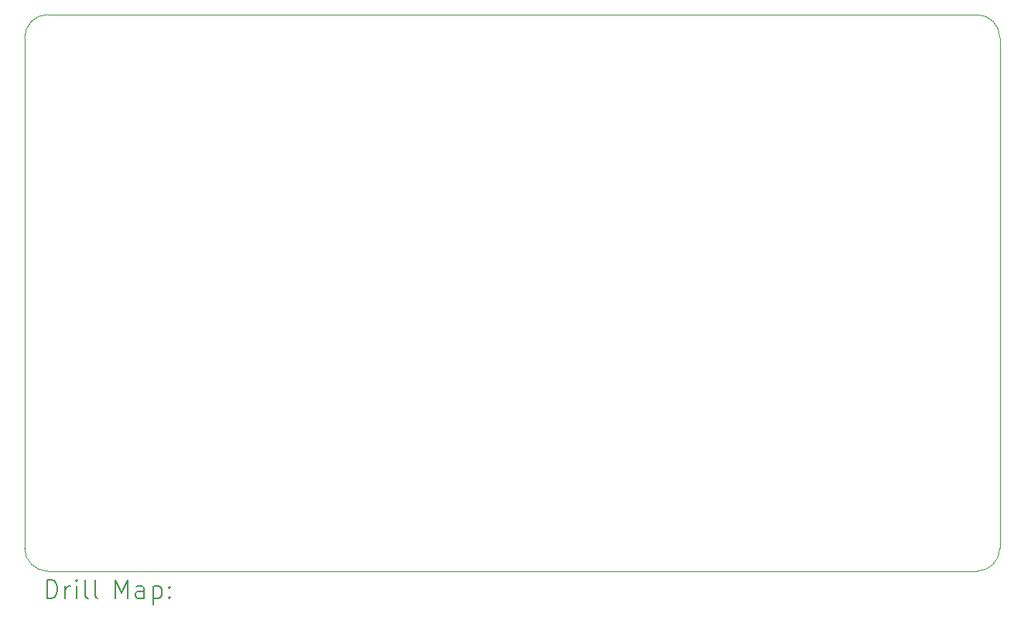
<source format=gbr>
%TF.GenerationSoftware,KiCad,Pcbnew,(7.0.0)*%
%TF.CreationDate,2023-04-11T17:04:37-06:00*%
%TF.ProjectId,EmbeddedSystemsPhaseA,456d6265-6464-4656-9453-797374656d73,rev?*%
%TF.SameCoordinates,Original*%
%TF.FileFunction,Drillmap*%
%TF.FilePolarity,Positive*%
%FSLAX45Y45*%
G04 Gerber Fmt 4.5, Leading zero omitted, Abs format (unit mm)*
G04 Created by KiCad (PCBNEW (7.0.0)) date 2023-04-11 17:04:37*
%MOMM*%
%LPD*%
G01*
G04 APERTURE LIST*
%ADD10C,0.050000*%
%ADD11C,0.200000*%
G04 APERTURE END LIST*
D10*
X10254000Y-4158000D02*
G75*
G03*
X10000000Y-4412000I0J-254000D01*
G01*
X10000000Y-4412000D02*
X10000000Y-10000000D01*
X20668000Y-4412000D02*
X20668000Y-10000000D01*
X20414000Y-10254000D02*
G75*
G03*
X20668000Y-10000000I0J254000D01*
G01*
X10000000Y-10000000D02*
G75*
G03*
X10254000Y-10254000I254000J0D01*
G01*
X20668000Y-4412000D02*
G75*
G03*
X20414000Y-4158000I-254000J0D01*
G01*
X10254000Y-4158000D02*
X20414000Y-4158000D01*
X10254000Y-10254000D02*
X20414000Y-10254000D01*
D11*
X10245119Y-10549976D02*
X10245119Y-10349976D01*
X10245119Y-10349976D02*
X10292738Y-10349976D01*
X10292738Y-10349976D02*
X10321309Y-10359500D01*
X10321309Y-10359500D02*
X10340357Y-10378548D01*
X10340357Y-10378548D02*
X10349881Y-10397595D01*
X10349881Y-10397595D02*
X10359405Y-10435690D01*
X10359405Y-10435690D02*
X10359405Y-10464262D01*
X10359405Y-10464262D02*
X10349881Y-10502357D01*
X10349881Y-10502357D02*
X10340357Y-10521405D01*
X10340357Y-10521405D02*
X10321309Y-10540452D01*
X10321309Y-10540452D02*
X10292738Y-10549976D01*
X10292738Y-10549976D02*
X10245119Y-10549976D01*
X10445119Y-10549976D02*
X10445119Y-10416643D01*
X10445119Y-10454738D02*
X10454643Y-10435690D01*
X10454643Y-10435690D02*
X10464167Y-10426167D01*
X10464167Y-10426167D02*
X10483214Y-10416643D01*
X10483214Y-10416643D02*
X10502262Y-10416643D01*
X10568928Y-10549976D02*
X10568928Y-10416643D01*
X10568928Y-10349976D02*
X10559405Y-10359500D01*
X10559405Y-10359500D02*
X10568928Y-10369024D01*
X10568928Y-10369024D02*
X10578452Y-10359500D01*
X10578452Y-10359500D02*
X10568928Y-10349976D01*
X10568928Y-10349976D02*
X10568928Y-10369024D01*
X10692738Y-10549976D02*
X10673690Y-10540452D01*
X10673690Y-10540452D02*
X10664167Y-10521405D01*
X10664167Y-10521405D02*
X10664167Y-10349976D01*
X10797500Y-10549976D02*
X10778452Y-10540452D01*
X10778452Y-10540452D02*
X10768928Y-10521405D01*
X10768928Y-10521405D02*
X10768928Y-10349976D01*
X10993690Y-10549976D02*
X10993690Y-10349976D01*
X10993690Y-10349976D02*
X11060357Y-10492833D01*
X11060357Y-10492833D02*
X11127024Y-10349976D01*
X11127024Y-10349976D02*
X11127024Y-10549976D01*
X11307976Y-10549976D02*
X11307976Y-10445214D01*
X11307976Y-10445214D02*
X11298452Y-10426167D01*
X11298452Y-10426167D02*
X11279405Y-10416643D01*
X11279405Y-10416643D02*
X11241309Y-10416643D01*
X11241309Y-10416643D02*
X11222262Y-10426167D01*
X11307976Y-10540452D02*
X11288928Y-10549976D01*
X11288928Y-10549976D02*
X11241309Y-10549976D01*
X11241309Y-10549976D02*
X11222262Y-10540452D01*
X11222262Y-10540452D02*
X11212738Y-10521405D01*
X11212738Y-10521405D02*
X11212738Y-10502357D01*
X11212738Y-10502357D02*
X11222262Y-10483310D01*
X11222262Y-10483310D02*
X11241309Y-10473786D01*
X11241309Y-10473786D02*
X11288928Y-10473786D01*
X11288928Y-10473786D02*
X11307976Y-10464262D01*
X11403214Y-10416643D02*
X11403214Y-10616643D01*
X11403214Y-10426167D02*
X11422262Y-10416643D01*
X11422262Y-10416643D02*
X11460357Y-10416643D01*
X11460357Y-10416643D02*
X11479405Y-10426167D01*
X11479405Y-10426167D02*
X11488928Y-10435690D01*
X11488928Y-10435690D02*
X11498452Y-10454738D01*
X11498452Y-10454738D02*
X11498452Y-10511881D01*
X11498452Y-10511881D02*
X11488928Y-10530929D01*
X11488928Y-10530929D02*
X11479405Y-10540452D01*
X11479405Y-10540452D02*
X11460357Y-10549976D01*
X11460357Y-10549976D02*
X11422262Y-10549976D01*
X11422262Y-10549976D02*
X11403214Y-10540452D01*
X11584166Y-10530929D02*
X11593690Y-10540452D01*
X11593690Y-10540452D02*
X11584166Y-10549976D01*
X11584166Y-10549976D02*
X11574643Y-10540452D01*
X11574643Y-10540452D02*
X11584166Y-10530929D01*
X11584166Y-10530929D02*
X11584166Y-10549976D01*
X11584166Y-10426167D02*
X11593690Y-10435690D01*
X11593690Y-10435690D02*
X11584166Y-10445214D01*
X11584166Y-10445214D02*
X11574643Y-10435690D01*
X11574643Y-10435690D02*
X11584166Y-10426167D01*
X11584166Y-10426167D02*
X11584166Y-10445214D01*
M02*

</source>
